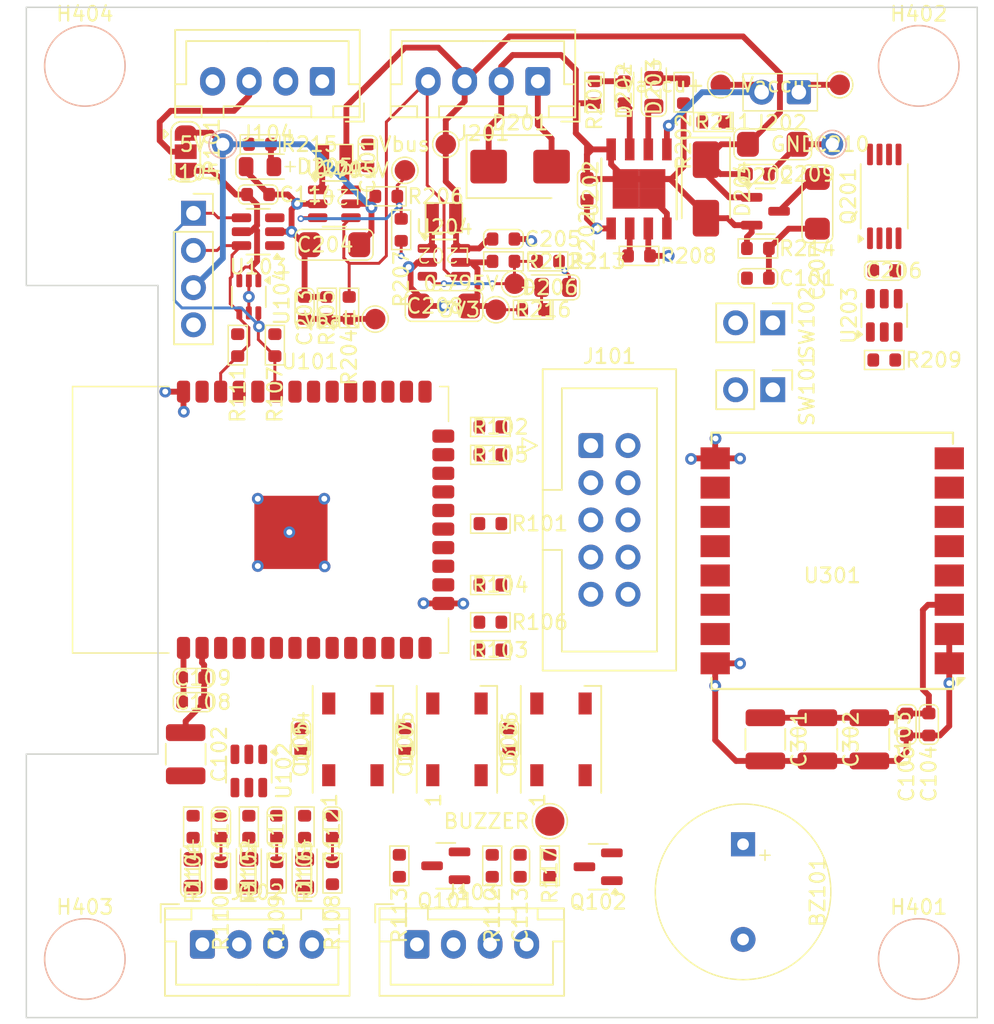
<source format=kicad_pcb>
(kicad_pcb (version 20240108) (generator "pcbnew") (generator_version "8.0")
  (layers (0 "F.Cu" signal) (1 "In1.Cu" power "GND") (2 "In2.Cu" power "+3.3V") (31 "B.Cu" signal) (34 "B.Paste" user) (35 "F.Paste" user) (36 "B.SilkS" user "B.Silkscreen") (37 "F.SilkS" user "F.Silkscreen") (38 "B.Mask" user) (39 "F.Mask" user) (44 "Edge.Cuts" user))
  (net 0 "")
  (net 1 "GND")
  (net 2 "+3.3V")
  (net 3 "BUTTON")
  (net 4 "EN")
  (net 5 "BUTTON1")
  (net 6 "LEDS")
  (net 7 "BUTTON2")
  (net 8 "BUTTON3")
  (net 9 "Net-(D202-A)")
  (net 10 "Net-(D203-A)")
  (net 11 "+5V")
  (net 12 "/CPU/SDA")
  (net 13 "/CPU/SCL")
  (net 14 "/CPU/Vgps")
  (net 15 "Net-(J202-Pin_1)")
  (net 16 "DR0")
  (net 17 "Net-(U203-VCC)")
  (net 18 "RX")
  (net 19 "TX")
  (net 20 "Net-(J202-Pin_2)")
  (net 21 "Net-(D203-K)")
  (net 22 "Net-(D205-A)")
  (net 23 "Enable")
  (net 24 "/CPU/Vbatt")
  (net 25 "Net-(D206-A)")
  (net 26 "Net-(J101-Pin_9)")
  (net 27 "Net-(J101-Pin_10)")
  (net 28 "Net-(J101-Pin_8)")
  (net 29 "Net-(J101-Pin_7)")
  (net 30 "Net-(J104-Pin_1)")
  (net 31 "Net-(J104-Pin_2)")
  (net 32 "Net-(J103-Pin_3)")
  (net 33 "/CPU/RADIO_2")
  (net 34 "/CPU/RADIO_3")
  (net 35 "Net-(J103-Pin_1)")
  (net 36 "Net-(U202-PROG)")
  (net 37 "Net-(U203-CS)")
  (net 38 "/CPU/RADIO_4")
  (net 39 "/CPU/RADIO_1")
  (net 40 "/CPU/RADIO_5")
  (net 41 "VBUS")
  (net 45 "BUTTON_LIGHT")
  (net 46 "MTDI")
  (net 47 "MTCK")
  (net 48 "MTDO")
  (net 49 "MTMS")
  (net 56 "Net-(U201-FB)")
  (net 57 "Net-(U201-SW)")
  (net 58 "Net-(D202-K)")
  (net 59 "Net-(Q201-G1)")
  (net 61 "Net-(Q201-G2)")
  (net 62 "Net-(U204-FB)")
  (net 63 "Net-(U204-SW)")
  (net 70 "Net-(D101-K)")
  (net 71 "Net-(D101-A)")
  (net 72 "Net-(D102-A)")
  (net 73 "Net-(D102-K)")
  (net 74 "Net-(D103-K)")
  (net 75 "Net-(D103-A)")
  (net 76 "Net-(D104-DOUT)")
  (net 77 "Net-(D105-DOUT)")
  (net 81 "Net-(BZ101--)")
  (net 82 "BUZZER")
  (net 83 "Net-(Q101-S)")
  (net 84 "Net-(Q102-G)")
  (net 85 "PAD")
  (footprint "Package_TO_SOT_SMD:SOT-23-6" (layer "F.Cu") (at 72.644 66.04 90)
    (property "Reference" "U203")
    (property "Value" "DW01A")
  )
  (footprint "A_Device:C_0603" (layer "F.Cu") (at 25.4 92.456 180)
    (property "Reference" "C108")
    (property "Value" "100n")
  )
  (footprint "A_Device:C_0603" (layer "F.Cu") (at 75.692 93.98 -90)
    (property "Reference" "C104")
    (property "Value" "100n")
  )
  (footprint "A_Device:C_0603" (layer "F.Cu") (at 25.4 90.805 180)
    (property "Reference" "C109")
    (property "Value" "100n")
  )
  (footprint "A_Mechanical:NPTH_M3" (layer "F.Cu") (at 18 110)
    (property "Reference" "H403")
    (property "Value" "MountingHole")
  )
  (footprint "A_Device:C_0603" (layer "F.Cu") (at 64.008 56.388)
    (property "Reference" "C209")
    (property "Value" "100n")
  )
  (footprint "A_Pads_Pins:Testpad_1.4" (layer "F.Cu") (at 46.1065 65.6535)
    (property "Reference" "TP207" (hide yes))
    (property "Value" "3V3")
  )
  (footprint "A_Device:R_0603" (layer "F.Cu") (at 38.608 57.912)
    (property "Reference" "R206")
    (property "Value" "82K")
  )
  (footprint "A_Device:R_0603" (layer "F.Cu") (at 72.644 69.088)
    (property "Reference" "R209")
    (property "Value" "1K")
  )
  (footprint "A_Device:C_0603" (layer "F.Cu") (at 32.766 94.996 90)
    (property "Reference" "C105")
    (property "Value" "100n")
  )
  (footprint "Package_SO:TSSOP-8_4.4x3mm_P0.65mm" (layer "F.Cu") (at 72.644 57.912 90)
    (property "Reference" "Q201")
    (property "Value" "FS8205A")
  )
  (footprint "A_Device:R_0603" (layer "F.Cu") (at 34.925 104.14 -90)
    (property "Reference" "R108")
    (property "Value" "100")
  )
  (footprint "LED_SMD:LED_WS2812B_PLCC4_5.0x5.0mm_P3.2mm" (layer "F.Cu") (at 36.322 94.996 90)
    (property "Reference" "D104")
    (property "Value" "WS2812B")
  )
  (footprint "A_Device:C_0603" (layer "F.Cu") (at 72.644 62.992 180)
    (property "Reference" "C206")
    (property "Value" "100n")
  )
  (footprint "Package_TO_SOT_SMD:SOT-23" (layer "F.Cu") (at 64.516 58.928)
    (property "Reference" "Q202")
    (property "Value" "A03401A")
  )
  (footprint "A_Device:R_0603" (layer "F.Cu") (at 48.6465 65.6535 180)
    (property "Reference" "R216")
    (property "Value" "1K")
  )
  (footprint "Connector_JST:JST_XH_B4B-XH-A_1x04_P2.50mm_Vertical" (layer "F.Cu") (at 40.7 109)
    (property "Reference" "J103")
    (property "Value" "FRONT SWITCH")
  )
  (footprint "A_Device:C_0603" (layer "F.Cu") (at 74.168 93.98 -90)
    (property "Reference" "C106")
    (property "Value" "100n")
  )
  (footprint "A_Pads_Pins:Testpad_1.4" (layer "F.Cu") (at 61.468 50.292)
    (property "Reference" "TP204" (hide yes))
    (property "Value" "Vaccu+")
  )
  (footprint "A_Device:C_0603" (layer "F.Cu") (at 47.752 103.632 -90)
    (property "Reference" "C113")
    (property "Value" "100n")
  )
  (footprint "A_Device:R_0603" (layer "F.Cu") (at 27.305 104.14 -90)
    (property "Reference" "R110")
    (property "Value" "100")
  )
  (footprint "A_Device:C_0603" (layer "F.Cu") (at 29.845 57.785)
    (property "Reference" "C114")
    (property "Value" "100n")
  )
  (footprint "A_Device:LED_0805" (layer "F.Cu") (at 29.21 104.14 90)
    (property "Reference" "D102")
    (property "Value" "3.3V")
  )
  (footprint "A_Pads_Pins:Testpad_1.4" (layer "F.Cu") (at 69.596 50.292)
    (property "Reference" "TP205" (hide yes))
    (property "Value" "Vaccu-")
  )
  (footprint "A_Device:FTC252012S" (layer "F.Cu") (at 42.5505 59.37 180)
    (property "Reference" "L202")
    (property "Value" "10uH")
  )
  (footprint "A_Device:C_1206_(1.6)" (layer "F.Cu") (at 68.072 58.42 -90)
    (property "Reference" "C207")
    (property "Value" "4.7uF")
  )
  (footprint "A_Device:C_0603" (layer "F.Cu") (at 46.6145 60.8275)
    (property "Reference" "C205")
    (property "Value" "100n")
  )
  (footprint "Connector_JST:JST_XH_B4B-XH-A_1x04_P2.50mm_Vertical" (layer "F.Cu") (at 34.23 50.055 180)
    (property "Reference" "J104")
    (property "Value" "GPS")
  )
  (footprint "Connector_PinHeader_2.54mm:PinHeader_1x02_P2.54mm_Vertical" (layer "F.Cu") (at 65.024 66.548 -90)
    (property "Reference" "SW102")
    (property "Value" "~{RESET}")
  )
  (footprint "Package_TO_SOT_SMD:SOT-23-6" (layer "F.Cu") (at 29.845 60.325 180)
    (property "Reference" "U103")
    (property "Value" "USBLC6-4SC6")
  )
  (footprint "A_Mechanical:NPTH_M3" (layer "F.Cu") (at 75 49)
    (property "Reference" "H402")
    (property "Value" "MountingHole")
  )
  (footprint "A_Device:C_0603" (layer "F.Cu") (at 31.115 100.965 90)
    (property "Reference" "C111")
    (property "Value" "100n")
  )
  (footprint "Jumper:SolderJumper-3_P1.3mm_Bridged12_RoundedPad1.0x1.5mm" (layer "F.Cu") (at 24.892 54.864 -90)
    (property "Reference" "JP101")
    (property "Value" "5V/3.3V")
  )
  (footprint "A_Pads_Pins:Testpoint_0.9x1.5" (layer "F.Cu") (at 69.088 54.356)
    (property "Reference" "TP208" (hide yes))
    (property "Value" "GND")
  )
  (footprint "A_Device:C_0603" (layer "F.Cu") (at 52.324 57.404 -90)
    (property "Reference" "C202")
    (property "Value" "100n")
  )
  (footprint "A_Device:LED_0805" (layer "F.Cu") (at 29.972 55.88)
    (property "Reference" "D205")
    (property "Value" "5V")
  )
  (footprint "Diode_SMD:D_SMB" (layer "F.Cu") (at 47.752 55.88)
    (property "Reference" "D201")
    (property "Value" "SMBJ5.0A")
  )
  (footprint "A_Device:R_0603" (layer "F.Cu") (at 31.115 104.14 -90)
    (property "Reference" "R109")
    (property "Value" "100")
  )
  (footprint "Capacitor_SMD:C_1210_3225Metric" (layer "F.Cu") (at 64.516 94.996 -90)
    (property "Reference" "C301")
    (property "Value" "100u/16V")
  )
  (footprint "A_Device:R_0603" (layer "F.Cu") (at 45.72 75.565 180)
    (property "Reference" "R105")
    (property "Value" "100")
  )
  (footprint "A_Device:C_0603" (layer "F.Cu") (at 37.338 55.118 90)
    (property "Reference" "C201")
    (property "Value" "100n")
  )
  (footprint "A_Device:R_0603" (layer "F.Cu") (at 33.02 100.965 -90)
    (property "Reference" "R116")
    (property "Value" "1K")
  )
  (footprint "A_Device:R_0603" (layer "F.Cu") (at 64.008 61.468)
    (property "Reference" "R214")
    (property "Value" "10K")
  )
  (footprint "Package_TO_SOT_SMD:SOT-23-6" (layer "F.Cu") (at 29.21 97.155 -90)
    (property "Reference" "U102")
    (property "Value" "USBLC6-4SC6")
  )
  (footprint "A_Pads_Pins:Testpad_1.4" (layer "F.Cu") (at 39.878 56.134)
    (property "Reference" "TP201" (hide yes))
    (property "Value" "0.795V")
  )
  (footprint "Package_TO_SOT_SMD:SOT-23" (layer "F.Cu") (at 53.086 103.698 180)
    (property "Reference" "Q102")
    (property "Value" "AO3400A")
  )
  (footprint "A_Device:R_0603" (layer "F.Cu") (at 39.624 60.198 -90)
    (property "Reference" "R207")
    (property "Value" "15K")
  )
  (footprint "A_Device:C_0603" (layer "F.Cu") (at 46.99 94.996 90)
    (property "Reference" "C303")
    (property "Value" "100n")
  )
  (footprint "Package_TO_SOT_SMD:SOT-23" (layer "F.Cu") (at 42.672 103.632 180)
    (property "Reference" "Q101")
    (property "Value" "A03401A")
  )
  (footprint "A_Device:R_0603" (layer "F.Cu") (at 45.847 103.632 -90)
    (property "Reference" "R112")
    (property "Value" "100")
  )
  (footprint "Diode_SMD:D_SMA" (layer "F.Cu") (at 60.452 57.404 -90)
    (property "Reference" "D204")
    (property "Value" "B340A")
  )
  (footprint "A_Device:R_0603" (layer "F.Cu") (at 34.544 65.532 90)
    (property "Reference" "R205")
    (property "Value" "1K")
  )
  (footprint "Capacitor_SMD:C_1210_3225Metric" (layer "F.Cu") (at 24.892 96.012 -90)
    (property "Reference" "C102")
    (property "Value" "100u/16V")
  )
  (footprint "A_Pads_Pins:Testpad_1.4" (layer "F.Cu") (at 47.3765 63.8755)
    (property "Reference" "TP206" (hide yes))
    (property "Value" "0.795V")
  )
  (footprint "A_Device:R_0603" (layer "F.Cu") (at 39.497 103.632 -90)
    (property "Reference" "R113")
    (property "Value" "100")
  )
  (footprint "A_Device:R_0603" (layer "F.Cu") (at 45.72 73.66 180)
    (property "Reference" "R102")
    (property "Value" "10K")
  )
  (footprint "A_Device:R_0603" (layer "F.Cu") (at 46.6145 62.3515)
    (property "Reference" "R212")
    (property "Value" "51K")
  )
  (footprint "A_Device:LED_0603" (layer "F.Cu") (at 54.864 50.8 90)
    (property "Reference" "D202")
    (property "Value" "CHRG")
  )
  (footprint "A_Device:R_0603" (layer "F.Cu") (at 60.96 52.832 180)
    (property "Reference" "R211")
    (property "Value" "100")
  )
  (footprint "A_Device:R_0603" (layer "F.Cu") (at 45.72 84.455 180)
    (property "Reference" "R104")
    (property "Value" "100")
  )
  (footprint "A_Mechanical:NPTH_M3" (layer "F.Cu") (at 75 110)
    (property "Reference" "H401")
    (property "Value" "MountingHole")
  )
  (footprint "Package_SO:Diodes_PSOP-8" (layer "F.Cu") (at 55.88 57.404 90)
    (property "Reference" "U202")
    (property "Value" "TP4056")
  )
  (footprint "A_Module:Ai-Thinker-Ra-02-LoRa" (layer "F.Cu") (at 69.088 82.804 180)
    (property "Reference" "U301")
    (property "Value" "Ai-Thinker-Ra-02")
  )
  (footprint "Connector_JST:JST_XH_B4B-XH-A_1x04_P2.50mm_Vertical" (layer "F.Cu") (at 48.962 50.055 180)
    (property "Reference" "J201")
    (property "Value" "Power/On_Off")
  )
  (footprint "Connector_PinHeader_2.54mm:PinHeader_1x02_P2.54mm_Vertical" (layer "F.Cu") (at 65.024 71.12 -90)
    (property "Reference" "SW101")
    (property "Value" "~{BOOT}")
  )
  (footprint "Package_TO_SOT_SMD:SOT-23-6" (layer "F.Cu") (at 35.052 58.42)
    (property "Reference" "U201")
    (property "Value" "TLV61046ADB")
  )
  (footprint "A_Device:C_0603" (layer "F.Cu") (at 27.305 100.965 90)
    (property "Reference" "C110")
    (property "Value" "100n")
  )
  (footprint "A_Device:R_0603" (layer "F.Cu") (at 52.832 50.8 90)
    (property "Reference" "R201")
    (property "Value" "1K")
  )
  (footprint "A_Mechanical:NPTH_M3" (layer "F.Cu") (at 18 49)
    (property "Reference" "H404")
    (property "Value" "MountingHole")
  )
  (footprint "Capacitor_SMD:C_1210_3225Metric" (layer "F.Cu") (at 68.072 94.996 -90)
    (property "Reference" "C302")
    (property "Value" "100u/16V")
  )
  (footprint "A_Device:C_1206_(1.6)" (layer "F.Cu") (at 65.024 54.356)
    (property "Reference" "C210")
    (property "Value" "4.7uF")
  )
  (footprint "A_Pads_Pins:Testpoint_0.9x1.5" (layer "F.Cu") (at 27.432 54.356)
    (property "Reference" "TP202" (hide yes))
    (property "Value" "5V")
  )
  (footprint "A_Device:R_0603" (layer "F.Cu") (at 45.72 86.995)
    (property "Reference" "R106")
    (property "Value" "100")
  )
  (footprint "A_Device:LED_0805" (layer "F.Cu") (at 56.896 50.8 90)
    (property "Reference" "D203")
    (property "Value" "READY")
  )
  (footprint "A_Misc:Buzzer-12x6.5x5.2" (layer "F.Cu") (at 62.992 105.41 -90)
    (property "Reference" "BZ101")
    (property "Value" "Buzzer")
  )
  (footprint "A_Device:R_0603" (layer "F.Cu") (at 45.72 80.264)
    (property "Reference" "R101")
    (property "Value" "10K")
  )
  (footprint "A_Device:C_1206_(1.6)" (layer "F.Cu") (at 35.052 61.214 180)
    (property "Reference" "C204")
    (property "Value" "4.7uF")
  )
  (footprint "A_Device:R_0603" (layer "F.Cu") (at 45.72 88.9 180)
    (property "Reference" "R103")
    (property "Value" "100")
  )
  (footprint "A_Device:LED_0805" (layer "F.Cu") (at 33.02 104.14 90)
    (property "Reference" "D103")
    (property "Value" "3.3V")
  )
  (footprint "A_Pads_Pins:Testpad_1.4" (layer "F.Cu") (at 42.672 54.356)
    (property "Reference" "TP209" (hide yes))
    (property "Value" "Vbus")
  )
  (footprint "A_Device:R_0603" (layer "F.Cu") (at 49.6625 62.3515)
    (property "Reference" "R213")
    (property "Value" "16K")
  )
  (footprint "A_Device:R_0603" (layer "F.Cu") (at 30.988 68.072 -90)
    (property "Reference" "R107")
    (property "Value" "2.2k")
  )
  (footprint "A_Module:ESP32-WROOM-32" (layer "F.Cu") (at 30 80)
    (property "Reference" "U101")
    (property "Value" "ESP32-WROOM-32E_(visible_peripherals)")
  )
  (footprint "A_Device:C_0603" (layer "F.Cu") (at 64.008 63.5)
    (property "Reference" "C101")
    (property "Value" "100n")
  )
  (footprint "Package_TO_SOT_SMD:Texas_R-PDSO-G6" (layer "F.Cu") (at 29.21 64.77 -90)
    (property "Reference" "U104")
    (property "Value" "LTC4311")
  )
  (footprint "Connector_PinSocket_2.54mm:PinSocket_1x04_P2.54mm_Vertical" (layer "F.Cu") (at 25.425 59.065)
    (property "Reference" "J105")
    (property "Value" "I2C Option")
  )
  (footprint "A_Device:C_0603" (layer "F.Cu") (at 33.02 65.532 90)
    (property "Reference" "C203")
    (property "Value" "100n")
  )
  (footprint "A_Device:R_0603" (layer "F.Cu") (at 29.21 100.965 -90)
    (property "Reference" "R115")
    (property "Value" "1K")
  )
  (footprint "Package_TO_SOT_SMD:SOT-23-6" (layer "F.Cu") (at 42.5505 62.418)
    (property "Reference" "U204")
    (property "Value" "TLV61046ADB")
  )
  (footprint "A_Connector:Header_1x02_P2.54_Male" (layer "F.Cu") (at 65.532 50.8 180)
    (property "Reference" "J202")
    (property "Value" "Accu")
  )
  (footprint "A_Device:C_0603" (layer "F.Cu") (at 39.878 94.996 90)
    (property "Reference" "C107")
    (property "Value" "100n")
  )
  (footprint "LED_SMD:LED_WS2812B_PLCC4_5.0x5.0mm_P3.2mm" (layer "F.Cu") (at 43.434 94.996 90)
    (property "Reference" "D105")
    (property "Value" "WS2812B")
  )
  (footprint "A_Device:C_1206_(1.6)" (layer "F.Cu") (at 42.5505 65.3995 180)
    (property "Reference" "C208")
    (property "Value" "4.7uF")
  )
  (footprint "A_Device:R_0603" (layer "F.Cu") (at 58.928 50.8 -90)
    (property "Reference" "R202")
    (property "Value" "1K")
  )
  (footprint "A_Device:LED_0805" (layer "F.Cu") (at 25.4 104.14 90)
    (property "Reference" "D101")
    (property "Value" "3.3V")
  )
  (footprint "A_Pads_Pins:Testpad_1.4" (layer "F.Cu") (at 37.846 66.294)
    (property "Reference" "TP203" (hide yes))
    (property "Value" "Vbatt")
  )
  (footprint "LED_SMD:LED_WS2812B_PLCC4_5.0x5.0mm_P3.2mm" (layer "F.Cu") (at 50.546 94.996 90)
    (property "Reference" "D106")
    (property "Value" "WS2812B")
  )
  (footprint "A_Pads_Pins:Testpad_2" (layer "F.Cu") (at 49.784 100.584)
    (property "Reference" "TP101" (hide yes))
    (property "Value" "BUZZER")
  )
  (footprint "A_Device:LED_0805" (layer "F.Cu") (at 50.1705 64.1295 180)
    (property "Reference" "D206")
    (property "Value" "3.3V")
  )
  (footprint "A_Device:R_0603" (layer "F.Cu") (at 28.448 68.072 -90)
    (property "Reference" "R111")
    (property "Value" "2.2k")
  )
  (footprint "A_Device:C_0603" (layer "F.Cu") (at 34.925 100.965 90)
    (property "Reference" "C112")
    (property "Value" "100n")
  )
  (footprint "A_Device:R_0603" (layer "F.Cu") (at 25.4 100.965 -90)
    (property "Reference" "R114")
    (property "Value" "1K")
  )
  (footprint "A_Device:R_0603" (layer "F.Cu") (at 55.88 61.976)
    (property "Reference" "R208")
    (property "Value" "1.5K")
  )
  (footprint "Capacitor_SMD:C_1210_3225Metric" (layer "F.Cu") (at 71.628 94.996 -90)
    (property "Reference" "C103")
    (property "Value" "100u/16V")
  )
  (footprint "A_Device:R_0603" (layer "F.Cu") (at 49.784 103.632 90)
    (property "Reference" "R117")
    (property "Value" "100")
  )
  (footprint "A_Device:R_0603" (layer "F.Cu") (at 36.068 65.532 -90)
    (property "Reference" "R204")
    (property "Value" "1K")
  )
  (footprint "Connector_JST:JST_XH_B4B-XH-A_1x04_P2.50mm_Vertical" (layer "F.Cu") (at 26.035 109)
    (property "Reference" "J102")
    (property "Value" "Option_Buttons")
  )
  (footprint "A_Device:R_0603" (layer "F.Cu") (at 29.972 54.356)
    (property "Reference" "R215")
    (property "Value" "1.5K")
  )
  (footprint "A_Device:FTC252012S" (layer "F.Cu") (at 35.052 55.372 180)
    (property "Reference" "L201")
    (property "Value" "10uH")
  )
  (footprint "Connector_IDC:IDC-Header_2x05_P2.54mm_Vertical" (layer "F.Cu") (at 52.5875 74.93)
    (property "Reference" "J101")
    (property "Value" "PROG/JTAG")
  )
  (gr_line (start 14 64) (end 14 45) (stroke (width 0.1)) (layer "Edge.Cuts"))
  (gr_line (start 14 45) (end 79 45) (stroke (width 0.1)) (layer "Edge.Cuts"))
  (gr_line (start 23 64) (end 14 64) (stroke (width 0.1)) (layer "Edge.Cuts"))
  (gr_line (start 23 96) (end 23 64) (stroke (width 0.1)) (layer "Edge.Cuts"))
  (gr_line (start 79 114) (end 14 114) (stroke (width 0.1)) (layer "Edge.Cuts"))
  (gr_line (start 14 114) (end 14 96) (stroke (width 0.1)) (layer "Edge.Cuts"))
  (gr_line (start 79 45) (end 79 114) (stroke (width 0.1)) (layer "Edge.Cuts"))
  (gr_line (start 14 96) (end 23 96) (stroke (width 0.1)) (layer "Edge.Cuts"))
  (segment (start 68.072 60.12) (end 66.106 60.12) (width 0.4) (layer "F.Cu") (net 1))
  (segment (start 64.758 61.468) (end 64.758 63.5) (width 0.4) (layer "F.Cu") (net 1))
  (segment (start 61.088 95.0478) (end 62.5112 96.471) (width 0.4) (layer "F.Cu") (net 1))
  (segment (start 56.515 61.861) (end 56.63 61.976) (width 0.4) (layer "F.Cu") (net 1))
  (segment (start 61.088 91.3384) (end 61.088 95.0478) (width 0.4) (layer "F.Cu") (net 1))
  (segment (start 32.512 58.42) (end 32.131 58.801) (width 0.4) (layer "F.Cu") (net 1))
  (segment (start 40.750501 62.418) (end 41.413 62.418) (width 0.4) (layer "F.Cu") (net 1))
  (segment (start 40.8505 65.3995) (end 40.8505 64.7155) (width 0.4) (layer "F.Cu") (net 1))
  (segment (start 29.022 56.212) (end 30.595 57.785) (width 0.4) (layer "F.Cu") (net 1))
  (segment (start 74.168 94.73) (end 74.168 95.8342) (width 0.4) (layer "F.Cu") (net 1))
  (segment (start 76.4406 94.73) (end 74.168 94.73) (width 0.4) (layer "F.Cu") (net 1))
  (segment (start 61.088 75.804) (end 59.4764 75.804) (width 0.4) (layer "F.Cu") (net 1))
  (segment (start 24.743 71.25) (end 23.498 71.25) (width 0.4) (layer "F.Cu") (net 1))
  (segment (start 53.975 60.104) (end 52.992 60.104) (width 0.4) (layer "F.Cu") (net 1))
  (segment (start 62.7738 75.804) (end 62.7888 75.819) (width 0.4) (layer "F.Cu") (net 1))
  (segment (start 49.902 55.88) (end 49.902 53.966) (width 0.4) (layer "F.Cu") (net 1))
  (segment (start 61.088 74.4718) (end 61.1124 74.4474) (width 0.4) (layer "F.Cu") (net 1))
  (segment (start 49.902 53.966) (end 48.962 53.026) (width 0.4) (layer "F.Cu") (net 1))
  (segment (start 34.544 64.782) (end 33.02 64.782) (width 0.4) (layer "F.Cu") (net 1))
  (segment (start 43.8558 85.715) (end 43.8658 85.725) (width 0.4) (layer "F.Cu") (net 1))
  (segment (start 52.324 59.436) (end 52.992 60.104) (width 0.4) (layer "F.Cu") (net 1))
  (segment (start 40.2645 62.904001) (end 40.750501 62.418) (width 0.4) (layer "F.Cu") (net 1))
  (segment (start 66.724 54.422) (end 64.758 56.388) (width 0.4) (layer "F.Cu") (net 1))
  (segment (start 24.743 92.363) (end 24.65 92.456) (width 0.4) (layer "F.Cu") (net 1))
  (segment (start 56.515 60.104) (end 56.515 61.861) (width 0.4) (layer "F.Cu") (net 1))
  (segment (start 40.8505 65.3995) (end 42.5505 65.3995) (width 0.4) (layer "F.Cu") (net 1))
  (segment (start 29.022 55.88) (end 29.022 56.212) (width 0.4) (layer "F.Cu") (net 1))
  (segment (start 32.131 58.801) (end 32.131 60.325) (width 0.4) (layer "F.Cu") (net 1))
  (segment (start 59.4764 75.804) (end 59.436 75.8444) (width 0.4) (layer "F.Cu") (net 1))
  (segment (start 61.088 75.804) (end 61.088 74.4718) (width 0.4) (layer "F.Cu") (net 1))
  (segment (start 69.088 54.356) (end 66.724 54.356) (width 0.4) (layer "F.Cu") (net 1))
  (segment (start 61.088 89.804) (end 62.7784 89.804) (width 0.4) (layer "F.Cu") (net 1))
  (segment (start 66.106 60.12) (end 64.758 61.468) (width 0.4) (layer "F.Cu") (net 1))
  (segment (start 33.02 64.782) (end 33.02 61.546) (width 0.4) (layer "F.Cu") (net 1))
  (segment (start 40.8505 64.7155) (end 40.2645 64.1295) (width 0.4) (layer "F.Cu") (net 1))
  (segment (start 62.7784 89.804) (end 62.7888 89.8144) (width 0.4) (layer "F.Cu") (net 1))
  (segment (start 23.498 71.25) (end 23.495 71.247) (width 0.4) (layer "F.Cu") (net 1))
  (segment (start 50.4125 62.6045) (end 51.1205 63.3125) (width 0.2) (layer "F.Cu") (net 1))
  (segment (start 39.624 60.948) (end 39.624 61.976) (width 0.2) (layer "F.Cu") (net 1))
  (segment (start 61.088 75.804) (end 62.7738 75.804) (width 0.4) (layer "F.Cu") (net 1))
  (segment (start 32.088 80.8404) (end 34.3662 78.5622) (width 0.4) (layer "F.Cu") (net 1))
  (segment (start 47.3645 60.8275) (end 48.3815 60.8275) (width 0.4) (layer "F.Cu") (net 1))
  (segment (start 33.352 61.214) (end 33.02 61.214) (width 0.4) (layer "F.Cu") (net 1))
  (segment (start 66.724 54.356) (end 66.724 54.422) (width 0.4) (layer "F.Cu") (net 1))
  (segment (start 48.3815 60.8275) (end 48.514 60.96) (width 0.4) (layer "F.Cu") (net 1))
  (segment (start 33.9145 58.42) (end 32.512 58.42) (width 0.4) (layer "F.Cu") (net 1))
  (segment (start 77.088 94.0826) (end 76.4406 94.73) (width 0.4) (layer "F.Cu") (net 1))
  (segment (start 24.743 88.75) (end 24.743 92.363) (width 0.4) (layer "F.Cu") (net 1))
  (segment (start 24.743 71.25) (end 24.743 72.5966) (width 0.4) (layer "F.Cu") (net 1))
  (segment (start 32.0666 80.86) (end 29.9466 78.74) (width 0.4) (layer "F.Cu") (net 1))
  (segment (start 73.5312 96.471) (end 64.516 96.471) (width 0.4) (layer "F.Cu") (net 1))
  (segment (start 40.2645 64.1295) (end 40.2645 62.904001) (width 0.4) (layer "F.Cu") (net 1))
  (segment (start 51.4405 63.8095) (end 51.1205 64.1295) (width 0.2) (layer "F.Cu") (net 1))
  (segment (start 52.324 58.154) (end 52.324 59.436) (width 0.4) (layer "F.Cu") (net 1))
  (segment (start 56.63 61.976) (end 57.912 61.976) (width 0.4) (layer "F.Cu") (net 1))
  (segment (start 29.21 64.77) (end 29.21 65.87) (width 0.2) (layer "F.Cu") (net 1))
  (segment (start 33.02 61.546) (end 33.352 61.214) (width 0.4) (layer "F.Cu") (net 1))
  (segment (start 41.1634 85.715) (end 41.148 85.6996) (width 0.4) (layer "F.Cu") (net 1))
  (segment (start 29.21 63.67) (end 29.21 64.77) (width 0.2) (layer "F.Cu") (net 1))
  (segment (start 33.02 61.214) (end 32.131 60.325) (width 0.4) (layer "F.Cu") (net 1))
  (segment (start 77.088 87.804) (end 77.088 94.0826) (width 0.4) (layer "F.Cu") (net 1))
  (segment (start 30.595 57.785) (end 31.877 57.785) (width 0.4) (layer "F.Cu") (net 1))
  (segment (start 32.088 80.86) (end 32.088 80.8404) (width 0.4) (layer "F.Cu") (net 1))
  (segment (start 62.5112 96.471) (end 64.516 96.471) (width 0.4) (layer "F.Cu") (net 1))
  (segment (start 42.503 85.715) (end 43.8558 85.715) (width 0.4) (layer "F.Cu") (net 1))
  (segment (start 50.4125 62.3515) (end 50.4125 62.6045) (width 0.2) (layer "F.Cu") (net 1))
  (segment (start 51.1205 63.3125) (end 51.1205 64.1295) (width 0.2) (layer "F.Cu") (net 1))
  (segment (start 42.503 85.715) (end 41.1634 85.715) (width 0.4) (layer "F.Cu") (net 1))
  (segment (start 48.962 53.026) (end 48.962 50.055) (width 0.4) (layer "F.Cu") (net 1))
  (segment (start 74.168 95.8342) (end 73.5312 96.471) (width 0.4) (layer "F.Cu") (net 1))
  (segment (start 32.088 80.86) (end 32.0666 80.86) (width 0.4) (layer "F.Cu") (net 1))
  (segment (start 24.743 72.5966) (end 24.765 72.6186) (width 0.4) (layer "F.Cu") (net 1))
  (segment (start 32.131 60.325) (end 30.9825 60.325) (width 0.4) (layer "F.Cu") (net 1))
  (segment (start 31.877 57.785) (end 32.512 58.42) (width 0.4) (layer "F.Cu") (net 1))
  (segment (start 61.088 89.804) (end 61.088 91.3384) (width 0.4) (layer "F.Cu") (net 1))
  (via (at 23.495 71.247) (size 0.8) (drill 0.4) (layers "F.Cu" "B.Cu") (net 1))
  (via (at 32.131 60.325) (size 0.8) (drill 0.4) (layers "F.Cu" "B.Cu") (net 1))
  (via (at 34.3662 78.5622) (size 0.8) (drill 0.4) (layers "F.Cu" "B.Cu") (net 1))
  (via (at 61.1124 74.4474) (size 0.8) (drill 0.4) (layers "F.Cu" "B.Cu") (net 1))
  (via (at 61.088 91.3384) (size 0.8) (drill 0.4) (layers "F.Cu" "B.Cu") (net 1))
  (via (at 50.8 62.992) (size 0.45) (drill 0.25) (layers "F.Cu" "B.Cu") (net 1))
  (via (at 31.9786 80.8482) (size 0.8) (drill 0.4) (layers "F.Cu" "B.Cu") (net 1))
  (via (at 77.089 91.1606) (size 0.8) (drill 0.4) (layers "F.Cu" "B.Cu") (net 1))
  (via (at 57.912 61.976) (size 0.8) (drill 0.4) (layers "F.Cu" "B.Cu") (net 1))
  (via (at 34.3916 83.185) (size 0.8) (drill 0.4) (layers "F.Cu" "B.Cu") (net 1))
  (via (at 52.992 60.104) (size 0.8) (drill 0.4) (layers "F.Cu" "B.Cu") (net 1))
  (via (at 24.765 72.6186) (size 0.8) (drill 0.4) (layers "F.Cu" "B.Cu") (net 1))
  (via (at 62.7888 89.8144) (size 0.8) (drill 0.4) (layers "F.Cu" "B.Cu") (net 1))
  (via (at 62.7888 75.819) (size 0.8) (drill 0.4) (layers "F.Cu" "B.Cu") (net 1))
  (via (at 41.148 85.6996) (size 0.8) (drill 0.4) (layers "F.Cu" "B.Cu") (net 1))
  (via (at 43.8658 85.725) (size 0.8) (drill 0.4) (layers "F.Cu" "B.Cu") (net 1))
  (via (at 40.132 62.738) (size 0.8) (drill 0.4) (layers "F.Cu" "B.Cu") (net 1))
  (via (at 48.514 60.96) (size 0.8) (drill 0.4) (layers "F.Cu" "B.Cu") (net 1))
  (via (at 59.436 75.8444) (size 0.8) (drill 0.4) (layers "F.Cu" "B.Cu") (net 1))
  (via (at 29.8196 78.5622) (size 0.8) (drill 0.4) (layers "F.Cu" "B.Cu") (net 1))
  (via (at 29.8196 83.1596) (size 0.8) (drill 0.4) (layers "F.Cu" "B.Cu") (net 1))
  (via (at 39.624 61.976) (size 0.45) (drill 0.25) (layers "F.Cu" "B.Cu") (net 1))
  (via (at 32.512 58.42) (size 0.8) (drill 0.4) (layers "F.Cu" "B.Cu") (net 1))
  (via (at 29.21 64.77) (size 0.8) (drill 0.4) (layers "F.Cu" "B.Cu") (net 1))
  (via (at 42.5505 65.3995) (size 0.8) (drill 0.4) (layers "F.Cu" "B.Cu") (net 1))
  (segment (start 64.516 93.521) (end 71.628 93.521) (width 0.4) (layer "F.Cu") (net 2))
  (segment (start 75.2856 86.1568) (end 75.6384 85.804) (width 0.4) (layer "F.Cu") (net 2))
  (segment (start 45.8525 65.3995) (end 46.1065 65.6535) (width 0.4) (layer "F.Cu") (net 2))
  (segment (start 43.688 62.418) (end 45.798 62.418) (width 0.4) (layer "F.Cu") (net 2))
  (segment (start 29.77 62.345999) (end 29.377999 62.738) (width 0.4) (layer "F.Cu") (net 2))
  (segment (start 75.2856 91.5924) (end 75.2856 86.1568) (width 0.4) (layer "F.Cu") (net 2))
  (segment (start 28.56 63.134) (end 28.956 62.738) (width 0.2) (layer "F.Cu") (net 2))
  (segment (start 75.692 93.23) (end 75.692 91.9988) (width 0.4) (layer "F.Cu") (net 2))
  (segment (start 24.892 93.7514) (end 24.892 94.537) (width 0.4) (layer "F.Cu") (net 2))
  (segment (start 28.956 62.738) (end 29.377999 62.738) (width 0.2) (layer "F.Cu") (net 2))
  (segment (start 29.591 60.071) (end 29.337 60.325) (width 0.4) (layer "F.Cu") (net 2))
  (segment (start 43.688 62.418) (end 44.395 62.418) (width 0.4) (layer "F.Cu") (net 2))
  (segment (start 75.692 91.9988) (end 75.2856 91.5924) (width 0.4) (layer "F.Cu") (net 2))
  (segment (start 29.095 57.797) (end 29.77 58.472) (width 0.4) (layer "F.Cu") (net 2))
  (segment (start 44.8365 62.8595) (end 44.8365 64.8135) (width 0.4) (layer "F.Cu") (net 2))
  (segment (start 29.77 58.472) (end 29.77 59.892) (width 0.4) (layer "F.Cu") (net 2))
  (segment (start 26.15 92.456) (end 26.15 90.805) (width 0.4) (layer "F.Cu") (net 2))
  (segment (start 73.4078 93.521) (end 71.628 93.521) (width 0.4) (layer "F.Cu") (net 2))
  (segment (start 45.798 62.418) (end 45.8645 62.3515) (width 0.4) (layer "F.Cu") (net 2))
  (segment (start 29.77 60.25) (end 29.77 62.345999) (width 0.4) (layer "F.Cu") (net 2))
  (segment (start 29.095 57.785) (end 29.095 57.797) (width 0.4) (layer "F.Cu") (net 2))
  (segment (start 44.2505 65.3995) (end 45.8525 65.3995) (width 0.4) (layer "F.Cu") (net 2))
  (segment (start 26.013 89.767) (end 26.013 88.75) (width 0.4) (layer "F.Cu") (net 2))
  (segment (start 28.321 57.785) (end 29.095 57.785) (width 0.4) (layer "F.Cu") (net 2))
  (segment (start 47.8965 65.6535) (end 46.1065 65.6535) (width 0.2) (layer "F.Cu") (net 2))
  (segment (start 24.892 56.164) (end 26.7 56.164) (width 0.4) (layer "F.Cu") (net 2))
  (segment (start 26.15 92.4934) (end 24.892 93.7514) (width 0.4) (layer "F.Cu") (net 2))
  (segment (start 26.15 90.805) (end 26.15 89.904) (width 0.4) (layer "F.Cu") (net 2))
  (segment (start 29.86 63.220001) (end 29.86 63.67) (width 0.2) (layer "F.Cu") (net 2))
  (segment (start 26.7 56.164) (end 28.321 57.785) (width 0.4) (layer "F.Cu") (net 2))
  (segment (start 26.15 92.456) (end 26.15 92.4934) (width 0.4) (layer "F.Cu") (net 2))
  (segment (start 73.6988 93.23) (end 73.4078 93.521) (width 0.4) (layer "F.Cu") (net 2))
  (segment (start 29.591 60.071) (end 29.77 60.25) (width 0.4) (layer "F.Cu") (net 2))
  (segment (start 28.56 63.67) (end 28.56 63.134) (width 0.2) (layer "F.Cu") (net 2))
  (segment (start 44.8365 64.8135) (end 44.2505 65.3995) (width 0.4) (layer "F.Cu") (net 2))
  (segment (start 29.337 60.325) (end 28.7075 60.325) (width 0.4) (layer "F.Cu") (net 2))
  (segment (start 75.6384 85.804) (end 77.088 85.804) (width 0.4) (layer "F.Cu") (net 2))
  (segment (start 75.692 93.23) (end 73.6988 93.23) (width 0.4) (layer "F.Cu") (net 2))
  (segment (start 29.77 59.892) (end 29.591 60.071) (width 0.4) (layer "F.Cu") (net 2))
  (segment (start 44.395 62.418) (end 44.8365 62.8595) (width 0.4) (layer "F.Cu") (net 2))
  (segment (start 26.15 89.904) (end 26.013 89.767) (width 0.4) (layer "F.Cu") (net 2))
  (segment (start 29.377999 62.738) (end 29.86 63.220001) (width 0.2) (layer "F.Cu") (net 2))
  (segment (start 27.305 103.39) (end 27.305 101.715) (width 0.2) (layer "F.Cu") (net 5))
  (segment (start 31.115 103.39) (end 31.115 101.715) (width 0.2) (layer "F.Cu") (net 7))
  (segment (start 34.925 103.39) (end 34.925 101.715) (width 0.2) (layer "F.Cu") (net 8))
  (segment (start 52.832 50.05) (end 54.864 50.05) (width 0.4) (layer "F.Cu") (net 9))
  (segment (start 58.728 49.85) (end 58.928 50.05) (width 0.4) (layer "F.Cu") (net 10))
  (segment (start 56.896 49.85) (end 58.728 49.85) (width 0.4) (layer "F.Cu") (net 10))
  (segment (start 37.858 57.912) (end 37.35 58.42) (width 0.4) (layer "F.Cu") (net 11))
  (segment (start 26.64 53.564) (end 27.432 54.356) (width 0.4) (layer "F.Cu") (net 11))
  (segment (start 24.892 53.564) (end 26.64 53.564) (width 0.4) (layer "F.Cu") (net 11))
  (segment (start 37.592 58.674) (end 37.592 60.374) (width 0.4) (layer "F.Cu") (net 11))
  (segment (start 37.592 58.674) (end 37.338 58.42) (width 0.4) (layer "F.Cu") (net 11))
  (segment (start 37.338 58.42) (end 36.1895 58.42) (width 0.4) (layer "F.Cu") (net 11))
  (segment (start 37.592 60.374) (end 36.752 61.214) (width 0.4) (layer "F.Cu") (net 11))
  (segment (start 27.432 54.356) (end 29.222 54.356) (width 0.4) (layer "F.Cu") (net 11))
  (segment (start 37.35 58.42) (end 37.338 58.42) (width 0.4) (layer "F.Cu") (net 11))
  (via (at 37.592 58.674) (size 0.8) (drill 0.4) (layers "F.Cu" "B.Cu") (net 11))
  (segment (start 33.274 54.356) (end 27.432 54.356) (width 0.4) (layer "B.Cu") (net 11))
  (segment (start 27.432 62.138) (end 25.425 64.145) (width 0.4) (layer "B.Cu") (net 11))
  (segment (start 27.432 54.356) (end 27.432 62.138) (width 0.4) (layer "B.Cu") (net 11))
  (segment (start 37.592 58.674) (end 33.274 54.356) (width 0.4) (layer "B.Cu") (net 11))
  (segment (start 29.903889 66.796162) (end 29.86 66.752273) (width 0.2) (layer "F.Cu") (net 12))
  (segment (start 30.988 71.145) (end 31.093 71.25) (width 0.2) (layer "F.Cu") (net 12))
  (segment (start 29.86 67.694) (end 30.988 68.822) (width 0.2) (layer "F.Cu") (net 12))
  (segment (start 27.117 59.375) (end 28.7075 59.375) (width 0.2) (layer "F.Cu") (net 12))
  (segment (start 26.807 59.065) (end 27.117 59.375) (width 0.2) (layer "F.Cu") (net 12))
  (segment (start 25.425 59.065) (end 26.807 59.065) (width 0.2) (layer "F.Cu") (net 12))
  (segment (start 29.86 66.752273) (end 29.86 65.87) (width 0.2) (layer "F.Cu") (net 12))
  (segment (start 29.86 65.87) (end 29.86 67.694) (width 0.2) (layer "F.Cu") (net 12))
  (segment (start 30.988 68.822) (end 30.988 71.145) (width 0.2) (layer "F.Cu") (net 12))
  (via (at 29.903889 66.796162) (size 0.8) (drill 0.4) (layers "F.Cu" "B.Cu") (net 12))
  (segment (start 24.638 65.532) (end 24.13 65.024) (width 0.2) (layer "B.Cu") (net 12))
  (segment (start 29.903889 66.733889) (end 28.702 65.532) (width 0.2) (layer "B.Cu") (net 12))
  (segment (start 24.13 60.36) (end 25.425 59.065) (width 0.2) (layer "B.Cu") (net 12))
  (segment (start 29.903889 66.796162) (end 29.903889 66.733889) (width 0.2) (layer "B.Cu") (net 12))
  (segment (start 24.13 65.024) (end 24.13 60.36) (width 0.2) (layer "B.Cu") (net 12))
  (segment (start 28.702 65.532) (end 24.638 65.532) (width 0.2) (layer "B.Cu") (net 12))
  (segment (start 29.21 68.06) (end 28.448 68.822) (width 0.2) (layer "F.Cu") (net 13))
  (segment (start 27.371 61.275) (end 27.041 61.605) (width 0.2) (layer "F.Cu") (net 13))
  (segment (start 28.56 65.87) (end 27.94 65.25) (width 0.2) (layer "F.Cu") (net 13))
  (segment (start 27.94 63.5) (end 28.06 63.38) (width 0.2) (layer "F.Cu") (net 13))
  (segment (start 27.283 69.987) (end 28.448 68.822) (width 0.2) (layer "F.Cu") (net 13))
  (segment (start 28.7075 61.275) (end 27.371 61.275) (width 0.2) (layer "F.Cu") (net 13))
  (segment (start 28.56 65.87) (end 28.56 66.238456) (width 0.2) (layer "F.Cu") (net 13))
  (segment (start 27.283 71.25) (end 27.283 69.987) (width 0.2) (layer "F.Cu") (net 13))
  (segment (start 28.56 66.238456) (end 29.21 66.888456) (width 0.2) (layer "F.Cu") (net 13))
  (segment (start 27.94 65.25) (end 27.94 63.5) (width 0.2) (layer "F.Cu") (net 13))
  (segment (start 28.06 61.9225) (end 28.7075 61.275) (width 0.2) (layer "F.Cu") (net 13))
  (segment (start 29.21 66.888456) (end 29.21 68.06) (width 0.2) (layer "F.Cu") (net 13))
  (segment (start 28.06 63.38) (end 28.06 61.9225) (width 0.2) (layer "F.Cu") (net 13))
  (segment (start 27.041 61.605) (end 25.425 61.605) (width 0.2) (layer "F.Cu") (net 13))
  (segment (start 29.23 50.055) (end 29.23 51.034) (width 0.4) (layer "F.Cu") (net 14))
  (segment (start 23.114 54.102) (end 23.876 54.864) (width 0.4) (layer "F.Cu") (net 14))
  (segment (start 23.876 52.07) (end 23.114 52.832) (width 0.4) (layer "F.Cu") (net 14))
  (segment (start 29.23 51.034) (end 28.194 52.07) (width 0.4) (layer "F.Cu") (net 14))
  (segment (start 23.114 52.832) (end 23.114 54.102) (width 0.4) (layer "F.Cu") (net 14))
  (segment (start 28.194 52.07) (end 23.876 52.07) (width 0.4) (layer "F.Cu") (net 14))
  (segment (start 23.876 54.864) (end 24.892 54.864) (width 0.4) (layer "F.Cu") (net 14))
  (segment (start 67.31 50.292) (end 66.802 50.8) (width 0.4) (layer "F.Cu") (net 15))
  (segment (start 69.596 50.292) (end 67.31 50.292) (width 0.4) (layer "F.Cu") (net 15))
  (segment (start 57.785 54.704) (end 57.785 53.213) (width 0.4) (layer "F.Cu") (net 20))
  (segment (start 63.754 50.292) (end 64.262 50.8) (width 0.4) (layer "F.Cu") (net 20))
  (segment (start 57.785 53.213) (end 57.912 53.086) (width 0.4) (layer "F.Cu") (net 20))
  (segment (start 68.072 56.72) (end 67.6615 56.72) (width 0.4) (layer "F.Cu") (net 20))
  (segment (start 61.468 50.292) (end 63.754 50.292) (width 0.4) (layer "F.Cu") (net 20))
  (segment (start 67.6615 56.72) (end 65.4535 58.928) (width 0.4) (layer "F.Cu") (net 20))
  (via (at 57.912 53.086) (size 0.8) (drill 0.4) (layers "F.Cu" "B.Cu") (net 20))
  (segment (start 60.198 50.8) (end 64.262 50.8) (width 0.4) (layer "B.Cu") (net 20))
  (segment (start 57.912 53.086) (end 60.198 50.8) (width 0.4) (layer "B.Cu") (net 20))
  (segment (start 56.515 52.131) (end 56.896 51.75) (width 0.4) (layer "F.Cu") (net 21))
  (segment (start 56.515 54.704) (end 56.515 52.131) (width 0.4) (layer "F.Cu") (net 21))
  (segment (start 30.722 54.356) (end 30.722 55.68) (width 0.4) (layer "F.Cu") (net 22))
  (segment (start 30.722 55.68) (end 30.922 55.88) (width 0.4) (layer "F.Cu") (net 22))
  (segment (start 36.068 62.484) (end 38.1 62.484) (width 0.2) (layer "F.Cu") (net 23))
  (segment (start 41.462 50.055) (end 41.402 50.115) (width 0.2) (layer "F.Cu") (net 23))
  (segment (start 38.608 52.832) (end 41.385 50.055) (width 0.2) (layer "F.Cu") (net 23))
  (segment (start 35.702 62.118) (end 36.068 62.484) (width 0.2) (layer "F.Cu") (net 23))
  (segment (start 38.608 61.976) (end 38.608 52.832) (width 0.2) (layer "F.Cu") (net 23))
  (segment (start 41.385 50.055) (end 41.462 50.055) (width 0.2) (layer "F.Cu") (net 23))
  (segment (start 36.1895 59.37) (end 35.702 59.8575) (width 0.2) (layer "F.Cu") (net 23))
  (segment (start 42.5505 62.892999) (end 43.025501 63.368) (width 0.2) (layer "F.Cu") (net 23))
  (segment (start 41.403788 57.15) (end 42.5505 58.296712) (width 0.2) (layer "F.Cu") (net 23))
  (segment (start 36.068 62.484) (end 36.068 64.782) (width 0.2) (layer "F.Cu") (net 23))
  (segment (start 41.402 57.15) (end 41.403788 57.15) (width 0.2) (layer "F.Cu") (net 23))
  (segment (start 42.5505 58.296712) (end 42.5505 62.892999) (width 0.2) (layer "F.Cu") (net 23))
  (segment (start 35.702 59.8575) (end 35.702 62.118) (width 0.2) (layer "F.Cu") (net 23))
  (segment (start 43.025501 63.368) (end 43.688 63.368) (width 0.2) (layer "F.Cu") (net 23))
  (segment (start 41.402 50.115) (end 41.402 57.15) (width 0.2) (layer "F.Cu") (net 23))
  (segment (start 38.1 62.484) (end 38.608 61.976) (width 0.2) (layer "F.Cu") (net 23))
  (segment (start 36.068 66.282) (end 33.02 66.282) (width 0.4) (layer "F.Cu") (net 24))
  (segment (start 37.834 66.282) (end 37.846 66.294) (width 0.4) (layer "F.Cu") (net 24))
  (segment (start 36.068 66.282) (end 37.834 66.282) (width 0.4) (layer "F.Cu") (net 24))
  (segment (start 49.2205 64.1295) (end 49.2205 65.4775) (width 0.2) (layer "F.Cu") (net 25))
  (segment (start 49.2205 65.4775) (end 49.3965 65.6535) (width 0.2) (layer "F.Cu") (net 25))
  (segment (start 55.245 61.861) (end 55.13 61.976) (width 0.4) (layer "F.Cu") (net 36))
  (segment (start 55.245 60.104) (end 55.245 61.861) (width 0.4) (layer "F.Cu") (net 36))
  (segment (start 60.452 56.388) (end 60.452 55.404) (width 0.4) (layer "F.Cu") (net 41))
  (segment (start 35.877 51.753) (end 35.877 55.372) (width 0.4) (layer "F.Cu") (net 41))
  (segment (start 43.962 51.415) (end 42.672 52.705) (width 0.4) (layer "F.Cu") (net 41))
  (segment (start 62.042 57.978) (end 60.452 56.388) (width 0.4) (layer "F.Cu") (net 41))
  (segment (start 61.5 54.356) (end 60.452 55.404) (width 0.4) (layer "F.Cu") (net 41))
  (segment (start 65.512 49.51) (end 62.992 46.99) (width 0.4) (layer "F.Cu") (net 41))
  (segment (start 43.688 61.468) (end 44.958 61.468) (width 0.4) (layer "F.Cu") (net 41))
  (segment (start 43.3755 59.37) (end 43.3755 57.5995) (width 0.4) (layer "F.Cu") (net 41))
  (segment (start 63.324 54.356) (end 65.512 52.168) (width 0.4) (layer "F.Cu") (net 41))
  (segment (start 44.958 61.468) (end 45.5985 60.8275) (width 0.4) (layer "F.Cu") (net 41))
  (segment (start 39.878 47.752) (end 38.1 49.53) (width 0.4) (layer "F.Cu") (net 41))
  (segment (start 47.027 46.99) (end 43.962 50.055) (width 0.4) (layer "F.Cu") (net 41))
  (segment (start 63.5785 57.978) (end 62.042 57.978) (width 0.4) (layer "F.Cu") (net 41))
  (segment (start 43.3755 61.1555) (end 43.688 61.468) (width 0.4) (layer "F.Cu") (net 41))
  (segment (start 63.258 56.388) (end 61.436 56.388) (width 0.4) (layer "F.Cu") (net 41))
  (segment (start 43.962 50.055) (end 43.962 49.55) (width 0.4) (layer "F.Cu") (net 41))
  (segment (start 63.324 54.356) (end 61.5 54.356) (width 0.4) (layer "F.Cu") (net 41))
  (segment (start 36.373 55.868) (end 35.877 55.372) (width 0.4) (layer "F.Cu") (net 41))
  (segment (start 37.338 55.868) (end 36.373 55.868) (width 0.4) (layer "F.Cu") (net 41))
  (segment (start 65.512 52.168) (end 65.512 49.51) (width 0.4) (layer "F.Cu") (net 41))
  (segment (start 43.962 50.055) (end 43.962 51.415) (width 0.4) (layer "F.Cu") (net 41))
  (segment (start 45.5985 60.8275) (end 45.8645 60.8275) (width 0.4) (layer "F.Cu") (net 41))
  (segment (start 38.1 49.53) (end 35.877 51.753) (width 0.4) (layer "F.Cu") (net 41))
  (segment (start 43.3755 57.5995) (end 42.672 56.896) (width 0.4) (layer "F.Cu") (net 41))
  (segment (start 62.992 46.99) (end 47.027 46.99) (width 0.4) (layer "F.Cu") (net 41))
  (segment (start 43.3755 59.37) (end 43.3755 61.1555) (width 0.4) (layer "F.Cu") (net 41))
  (segment (start 42.672 52.705) (end 42.672 54.356) (width 0.4) (layer "F.Cu") (net 41))
  (segment (start 42.672 56.896) (end 42.672 54.356) (width 0.4) (layer "F.Cu") (net 41))
  (segment (start 43.962 49.55) (end 42.164 47.752) (width 0.4) (layer "F.Cu") (net 41))
  (segment (start 35.877 55.372) (end 35.877 57.1575) (width 0.4) (layer "F.Cu") (net 41))
  (segment (start 42.164 47.752) (end 39.878 47.752) (width 0.4) (layer "F.Cu") (net 41))
  (segment (start 35.877 57.1575) (end 36.1895 57.47) (width 0.4) (layer "F.Cu") (net 41))
  (segment (start 38.1 49.53) (end 37.858 49.772) (width 0.4) (layer "F.Cu") (net 41))
  (segment (start 61.436 56.388) (end 60.452 55.404) (width 0.4) (layer "F.Cu") (net 41))
  (segment (start 39.878 56.642) (end 39.878 56.134) (width 0.2) (layer "F.Cu") (net 56))
  (segment (start 39.624 58.674) (end 39.497 58.547) (width 0.2) (layer "F.Cu") (net 56))
  (segment (start 39.358 57.912) (end 39.358 58.408) (width 0.2) (layer "F.Cu") (net 56))
  (segment (start 39.358 57.912) (end 39.358 57.162) (width 0.2) (layer "F.Cu") (net 56))
  (segment (start 39.358 58.408) (end 39.497 58.547) (width 0.2) (layer "F.Cu") (net 56))
  (segment (start 39.358 57.162) (end 39.878 56.642) (width 0.2) (layer "F.Cu") (net 56))
  (segment (start 33.9145 59.37) (end 32.832 59.37) (width 0.2) (layer "F.Cu") (net 56))
  (segment (start 39.624 59.448) (end 39.624 58.674) (width 0.2) (layer "F.Cu") (net 56))
  (segment (start 32.832 59.37) (end 32.766 59.436) (width 0.2) (layer "F.Cu") (net 56))
  (via (at 32.766 59.436) (size 0.45) (drill 0.25) (layers "F.Cu" "B.Cu") (net 56))
  (via (at 39.497 58.547) (size 0.45) (drill 0.25) (layers "F.Cu" "B.Cu") (net 56))
  (segment (start 39.497 58.547) (end 38.608 59.436) (width 0.2) (layer "B.Cu") (net 56))
  (segment (start 38.608 59.436) (end 32.766 59.436) (width 0.2) (layer "B.Cu") (net 56))
  (segment (start 34.227 57.1575) (end 33.9145 57.47) (width 0.4) (layer "F.Cu") (net 57))
  (segment (start 34.227 55.372) (end 34.227 57.1575) (width 0.4) (layer "F.Cu") (net 57))
  (segment (start 55.245 51.931) (end 54.864 51.55) (width 0.4) (layer "F.Cu") (net 58))
  (segment (start 55.245 54.704) (end 55.245 51.931) (width 0.4) (layer "F.Cu") (net 58))
  (segment (start 47.3645 62.3515) (end 47.3645 63.8635) (width 0.2) (layer "F.Cu") (net 62))
  (segment (start 41.9205 63.8755) (end 41.413 63.368) (width 0.2) (layer "F.Cu") (net 62))
  (segment (start 47.3645 63.8635) (end 47.3765 63.8755) (width 0.2) (layer "F.Cu") (net 62))
  (segment (start 42.5505 63.8755) (end 41.9205 63.8755) (width 0.2) (layer "F.Cu") (net 62))
  (segment (start 47.3765 63.8755) (end 45.8525 63.8755) (width 0.2) (layer "F.Cu") (net 62))
  (segment (start 47.3645 62.3515) (end 48.9125 62.3515) (width 0.2) (layer "F.Cu") (net 62))
  (via (at 45.8525 63.8755) (size 0.45) (drill 0.25) (layers "F.Cu" "B.Cu") (net 62))
  (via (at 42.5505 63.8755) (size 0.45) (drill 0.25) (layers "F.Cu" "B.Cu") (net 62))
  (segment (start 45.8525 63.8755) (end 42.5505 63.8755) (width 0.2) (layer "B.Cu") (net 62))
  (segment (start 41.7255 59.37) (end 41.7255 61.1555) (width 0.4) (layer "F.Cu") (net 63))
  (segment (start 41.7255 61.1555) (end 41.413 61.468) (width 0.4) (layer "F.Cu") (net 63))
  (segment (start 31.115 109.775) (end 31.035 109.855) (width 0.2) (layer "F.Cu") (net 73))
  (segment (start 33.02 109.34) (end 33.535 109.855) (width 0.2) (layer "F.Cu") (net 74))
  (segment (start 52.324 55.052) (end 52.672 54.704) (width 0.4) (layer "F.Cu") (net 85))
  (segment (start 63.5785 59.878) (end 62.418 59.878) (width 0.4) (layer "F.Cu") (net 85))
  (segment (start 57.785 60.104) (end 57.785 59.084) (width 0.4) (layer "F.Cu") (net 85))
  (segment (start 52.399 56.729) (end 56.78 56.729) (width 0.4) (layer "F.Cu") (net 85))
  (segment (start 53.975 54.704) (end 53.975 55.724) (width 0.4) (layer "F.Cu") (net 85))
  (segment (start 51.562 53.594) (end 52.672 54.704) (width 0.4) (layer "F.Cu") (net 85))
  (segment (start 51.562 51.562) (end 51.562 53.594) (width 0.4) (layer "F.Cu") (net 85))
  (segment (start 52.324 56.654) (end 52.399 56.729) (width 0.4) (layer "F.Cu") (net 85))
  (segment (start 51.562 49.276) (end 51.562 51.562) (width 0.4) (layer "F.Cu") (net 85))
  (segment (start 46.462 50.055) (end 46.462 49.042) (width 0.4) (layer "F.Cu") (net 85))
  (segment (start 52.324 54.356) (end 52.324 56.654) (width 0.4) (layer "F.Cu") (net 85))
  (segment (start 47.244 48.26) (end 50.546 48.26) (width 0.4) (layer "F.Cu") (net 85))
  (segment (start 61.944 59.404) (end 60.452 59.404) (width 0.4) (layer "F.Cu") (net 85))
  (segment (start 52.832 51.55) (end 51.574 51.55) (width 0.4) (layer "F.Cu") (net 85))
  (segment (start 60.452 59.182) (end 57.999 56.729) (width 0.4) (layer "F.Cu") (net 85))
  (segment (start 52.672 54.704) (end 53.975 54.704) (width 0.4) (layer "F.Cu") (net 85))
  (segment (start 52.324 56.654) (end 52.324 55.052) (width 0.4) (layer "F.Cu") (net 85))
  (segment (start 63.5785 60.3735) (end 63.5785 59.878) (width 0.4) (layer "F.Cu") (net 85))
  (segment (start 63.258 60.694) (end 63.5785 60.3735) (width 0.4) (layer "F.Cu") (net 85))
  (segment (start 46.462 52.344) (end 45.602 53.204) (width 0.4) (layer "F.Cu") (net 85))
  (segment (start 51.562 53.594) (end 52.324 54.356) (width 0.4) (layer "F.Cu") (net 85))
  (segment (start 62.418 59.878) (end 61.944 59.404) (width 0.4) (layer "F.Cu") (net 85))
  (segment (start 53.975 55.724) (end 54.98 56.729) (width 0.4) (layer "F.Cu") (net 85))
  (segment (start 51.574 51.55) (end 51.562 51.562) (width 0.4) (layer "F.Cu") (net 85))
  (segment (start 58.928 51.55) (end 58.928 55.881) (width 0.4) (layer "F.Cu") (net 85))
  (segment (start 45.602 53.204) (end 45.602 55.88) (width 0.4) (layer "F.Cu") (net 85))
  (segment (start 58.08 56.729) (end 56.78 56.729) (width 0.4) (layer "F.Cu") (net 85))
  (segment (start 58.928 55.881) (end 58.08 56.729) (width 0.4) (layer "F.Cu") (net 85))
  (segment (start 63.258 61.468) (end 63.258 60.694) (width 0.4) (layer "F.Cu") (net 85))
  (segment (start 57.999 56.729) (end 54.98 56.729) (width 0.4) (layer "F.Cu") (net 85))
  (segment (start 57.785 59.084) (end 56.78 58.079) (width 0.4) (layer "F.Cu") (net 85))
  (segment (start 46.462 49.042) (end 47.244 48.26) (width 0.4) (layer "F.Cu") (net 85))
  (segment (start 50.546 48.26) (end 51.562 49.276) (width 0.4) (layer "F.Cu") (net 85))
  (segment (start 46.462 50.055) (end 46.462 52.344) (width 0.4) (layer "F.Cu") (net 85))
  (segment (start 60.452 59.404) (end 60.452 59.182) (width 0.4) (layer "F.Cu") (net 85))
)
</source>
